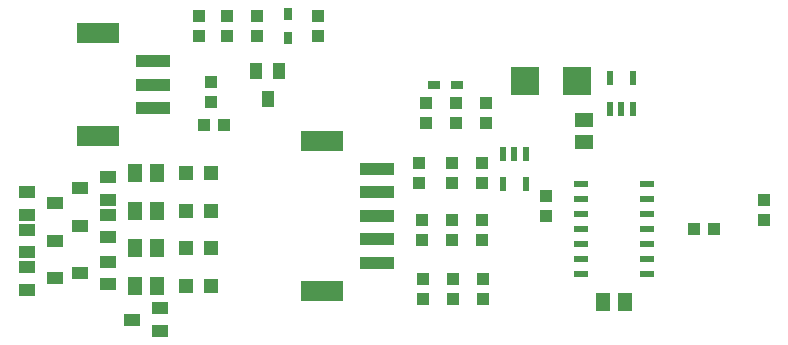
<source format=gbr>
G04 EAGLE Gerber RS-274X export*
G75*
%MOMM*%
%FSLAX34Y34*%
%LPD*%
%INSolderpaste Top*%
%IPPOS*%
%AMOC8*
5,1,8,0,0,1.08239X$1,22.5*%
G01*
%ADD10R,1.100000X1.000000*%
%ADD11R,1.000000X1.100000*%
%ADD12R,1.200000X0.600000*%
%ADD13R,2.400000X2.400000*%
%ADD14R,1.500000X1.300000*%
%ADD15R,1.300000X1.500000*%
%ADD16R,1.400000X1.000000*%
%ADD17R,1.000000X1.400000*%
%ADD18R,1.200000X1.200000*%
%ADD19R,1.000000X0.800000*%
%ADD20R,0.800000X1.000000*%
%ADD21R,0.550000X1.200000*%
%ADD22R,2.900000X1.000000*%
%ADD23R,3.600000X1.800000*%


D10*
X377150Y183550D03*
X377150Y166550D03*
X379150Y118450D03*
X379150Y135450D03*
X380150Y68350D03*
X380150Y85350D03*
D11*
X430950Y68350D03*
X430950Y85350D03*
X429950Y118450D03*
X429950Y135450D03*
X429950Y166550D03*
X429950Y183550D03*
D10*
X405550Y68350D03*
X405550Y85350D03*
X404550Y118450D03*
X404550Y135450D03*
X404550Y166550D03*
X404550Y183550D03*
D12*
X569950Y89900D03*
X569950Y102600D03*
X569950Y115300D03*
X569950Y128000D03*
X569950Y140700D03*
X569950Y153400D03*
X569950Y166100D03*
X513950Y166100D03*
X513950Y153400D03*
X513950Y140700D03*
X513950Y128000D03*
X513950Y115300D03*
X513950Y102600D03*
X513950Y89900D03*
D10*
X383150Y234650D03*
X383150Y217650D03*
D11*
X433950Y234650D03*
X433950Y217650D03*
D10*
X408550Y234650D03*
X408550Y217650D03*
D13*
X466650Y253200D03*
X510650Y253200D03*
D11*
X626650Y128000D03*
X609650Y128000D03*
D14*
X516550Y220050D03*
X516550Y201050D03*
D15*
X551450Y65850D03*
X532450Y65850D03*
D16*
X89600Y161950D03*
X113600Y171450D03*
X113600Y152450D03*
X89600Y130200D03*
X113600Y139700D03*
X113600Y120700D03*
X89600Y90450D03*
X113600Y99950D03*
X113600Y80950D03*
D15*
X155550Y174650D03*
X136550Y174650D03*
X155550Y142900D03*
X136550Y142900D03*
X155550Y111150D03*
X136550Y111150D03*
X155550Y79400D03*
X136550Y79400D03*
D10*
X240100Y307950D03*
X240100Y290950D03*
X201100Y234800D03*
X201100Y251800D03*
D11*
X668950Y152200D03*
X668950Y135200D03*
D10*
X191010Y308090D03*
X191010Y291090D03*
X291200Y290950D03*
X291200Y307950D03*
D17*
X248850Y237650D03*
X239350Y261650D03*
X258350Y261650D03*
D16*
X134050Y50830D03*
X158050Y60330D03*
X158050Y41330D03*
X69150Y85750D03*
X45150Y76250D03*
X45150Y95250D03*
X69150Y117500D03*
X45150Y108000D03*
X45150Y127000D03*
X69150Y149250D03*
X45150Y139750D03*
X45150Y158750D03*
D18*
X180000Y174650D03*
X201000Y174650D03*
X180000Y142900D03*
X201000Y142900D03*
X180000Y111150D03*
X201000Y111150D03*
X180000Y79400D03*
X201000Y79400D03*
D19*
X389550Y249900D03*
X409550Y249900D03*
D20*
X266150Y289450D03*
X266150Y309450D03*
D11*
X484450Y138550D03*
X484450Y155550D03*
X211700Y215900D03*
X194700Y215900D03*
D21*
X538800Y229299D03*
X548300Y229299D03*
X557800Y229299D03*
X557800Y255301D03*
X538800Y255301D03*
X467200Y191401D03*
X457700Y191401D03*
X448200Y191401D03*
X448200Y165399D03*
X467200Y165399D03*
D10*
X214700Y290950D03*
X214700Y307950D03*
D22*
X151890Y229870D03*
X151890Y249870D03*
X151890Y269870D03*
D23*
X105390Y293370D03*
X105390Y206370D03*
D22*
X341350Y98750D03*
X341350Y118750D03*
X341350Y138750D03*
D23*
X294850Y202250D03*
X294850Y75250D03*
D22*
X341350Y158750D03*
X341350Y178750D03*
M02*

</source>
